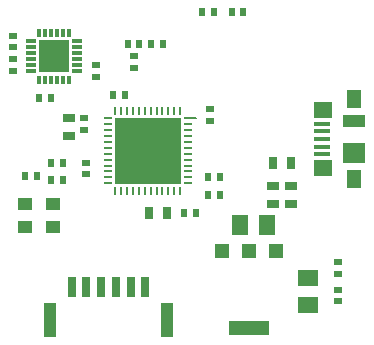
<source format=gbr>
%TF.GenerationSoftware,Altium Limited,Altium Designer,23.4.1 (23)*%
G04 Layer_Color=8421504*
%FSLAX45Y45*%
%MOMM*%
%TF.SameCoordinates,E9D3CAE9-A23F-4039-930E-E97F2D72BBB1*%
%TF.FilePolarity,Positive*%
%TF.FileFunction,Paste,Top*%
%TF.Part,Single*%
G01*
G75*
%TA.AperFunction,Conductor*%
%ADD10C,0.20000*%
%TA.AperFunction,SMDPad,CuDef*%
%ADD12R,1.70000X1.40000*%
%TA.AperFunction,ConnectorPad*%
%ADD13R,1.38000X0.45000*%
%ADD14R,1.55000X1.42500*%
%ADD15R,1.90000X1.00000*%
%ADD16R,1.90000X1.80000*%
%ADD17R,1.30000X1.65000*%
%TA.AperFunction,SMDPad,CuDef*%
%ADD18R,1.00000X0.80000*%
%ADD19R,0.70000X0.60000*%
%ADD20R,0.60000X0.70000*%
%ADD21R,1.40000X1.70000*%
%ADD22R,3.50000X1.25000*%
%ADD23R,1.25000X1.25000*%
%ADD24R,0.80000X1.00000*%
%ADD25R,2.60000X2.70000*%
%ADD26R,0.35000X0.80000*%
%ADD27R,0.85000X0.35000*%
%ADD28R,5.60000X5.60000*%
%ADD29O,0.25000X0.80000*%
%ADD30O,0.80000X0.25000*%
%ADD31R,0.65000X1.70000*%
%ADD32R,1.00000X2.90000*%
%ADD33R,1.30000X1.10000*%
D10*
X9110000Y7925000D02*
X9175000D01*
D12*
X10130000Y6346400D02*
D03*
Y6575000D02*
D03*
D13*
X10250000Y7880000D02*
D03*
Y7815000D02*
D03*
Y7750000D02*
D03*
Y7685000D02*
D03*
Y7620000D02*
D03*
D14*
X10258500Y7998750D02*
D03*
Y7501250D02*
D03*
D15*
X10516000Y7905000D02*
D03*
D16*
Y7635000D02*
D03*
D17*
Y8087500D02*
D03*
Y7412500D02*
D03*
D18*
X8100000Y7925000D02*
D03*
Y7775000D02*
D03*
X9830000Y7350000D02*
D03*
Y7200000D02*
D03*
X9980000Y7350000D02*
D03*
Y7200000D02*
D03*
D19*
X8250000Y7450000D02*
D03*
Y7550000D02*
D03*
X8230000Y7925000D02*
D03*
Y7825000D02*
D03*
X10380000Y6475000D02*
D03*
Y6375000D02*
D03*
Y6610000D02*
D03*
Y6710000D02*
D03*
X8330000Y8275000D02*
D03*
Y8375000D02*
D03*
X7630000Y8525000D02*
D03*
Y8625000D02*
D03*
Y8325000D02*
D03*
Y8425000D02*
D03*
X8650000Y8450000D02*
D03*
Y8350000D02*
D03*
X9300000Y7900000D02*
D03*
Y8000000D02*
D03*
D20*
X8050000Y7550000D02*
D03*
X7950000D02*
D03*
X7950000Y8100000D02*
D03*
X7850000D02*
D03*
X8700000Y8550000D02*
D03*
X8600000D02*
D03*
X8800000D02*
D03*
X8900000D02*
D03*
X9280000Y7275000D02*
D03*
X9380000D02*
D03*
X9280000Y7425000D02*
D03*
X9380000D02*
D03*
X9480000Y8825000D02*
D03*
X9580000D02*
D03*
X9230000D02*
D03*
X9330000D02*
D03*
X8580000Y8125000D02*
D03*
X8480000D02*
D03*
X9080000Y7125000D02*
D03*
X9180000D02*
D03*
X8050000Y7400000D02*
D03*
X7950000D02*
D03*
X7730000Y7435000D02*
D03*
X7830000D02*
D03*
D21*
X9780000Y7025000D02*
D03*
X9551400D02*
D03*
D22*
X9630000Y6145500D02*
D03*
D23*
X9401000Y6804500D02*
D03*
X9630000D02*
D03*
X9859000D02*
D03*
D24*
X9835000Y7550000D02*
D03*
X9985000D02*
D03*
X8930000Y7125000D02*
D03*
X8780000D02*
D03*
D25*
X7977500Y8450000D02*
D03*
D26*
X7852500Y8250000D02*
D03*
X7902500D02*
D03*
X7952500D02*
D03*
X8002500D02*
D03*
X8052500D02*
D03*
X8102500D02*
D03*
X7852500Y8650000D02*
D03*
X7902500D02*
D03*
X7952500D02*
D03*
X8002500D02*
D03*
X8052500D02*
D03*
X8102500D02*
D03*
D27*
X8175000Y8325000D02*
D03*
Y8375000D02*
D03*
Y8425000D02*
D03*
Y8475000D02*
D03*
Y8525000D02*
D03*
Y8575000D02*
D03*
X7780000Y8325000D02*
D03*
Y8375000D02*
D03*
Y8425000D02*
D03*
Y8475000D02*
D03*
Y8525000D02*
D03*
Y8575000D02*
D03*
D28*
X8770000Y7650000D02*
D03*
D29*
X8495000Y7990000D02*
D03*
X8545000D02*
D03*
X8595000D02*
D03*
X8645000D02*
D03*
X8695000D02*
D03*
X8745000D02*
D03*
X8795000D02*
D03*
X8845000D02*
D03*
X8895000D02*
D03*
X8945000D02*
D03*
X8995000D02*
D03*
X9045000D02*
D03*
Y7310000D02*
D03*
X8995000D02*
D03*
X8945000D02*
D03*
X8895000D02*
D03*
X8845000D02*
D03*
X8795000D02*
D03*
X8745000D02*
D03*
X8695000D02*
D03*
X8645000D02*
D03*
X8595000D02*
D03*
X8545000D02*
D03*
X8495000D02*
D03*
D30*
X9110000Y7925000D02*
D03*
Y7875000D02*
D03*
Y7825000D02*
D03*
Y7775000D02*
D03*
Y7725000D02*
D03*
Y7675000D02*
D03*
Y7625000D02*
D03*
Y7575000D02*
D03*
Y7525000D02*
D03*
Y7475000D02*
D03*
Y7425000D02*
D03*
Y7375000D02*
D03*
X8430000D02*
D03*
Y7425000D02*
D03*
Y7475000D02*
D03*
Y7525000D02*
D03*
Y7575000D02*
D03*
Y7625000D02*
D03*
Y7675000D02*
D03*
Y7725000D02*
D03*
Y7775000D02*
D03*
Y7825000D02*
D03*
Y7875000D02*
D03*
Y7925000D02*
D03*
D31*
X8125000Y6500000D02*
D03*
X8250000D02*
D03*
X8500000D02*
D03*
X8625000D02*
D03*
X8375000D02*
D03*
X8750000D02*
D03*
D32*
X7940000Y6220000D02*
D03*
X8935000D02*
D03*
D33*
X7735000Y7195000D02*
D03*
Y7005000D02*
D03*
X7965000Y7195000D02*
D03*
Y7005000D02*
D03*
%TF.MD5,270812cd23aa90147ff8cbc3ad408999*%
M02*

</source>
